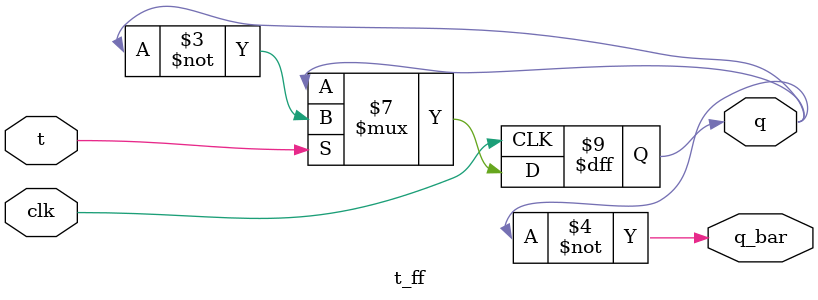
<source format=v>
`timescale 1ns / 1ps
module t_ff(t,clk,q,q_bar);
input wire t,clk;
output reg q;
output wire q_bar;
initial begin
q=1'b0;
end 
always@(posedge clk) begin
if(!t)
 q<=q;
else
 q<=~q;
end
assign q_bar=~q;
endmodule

</source>
